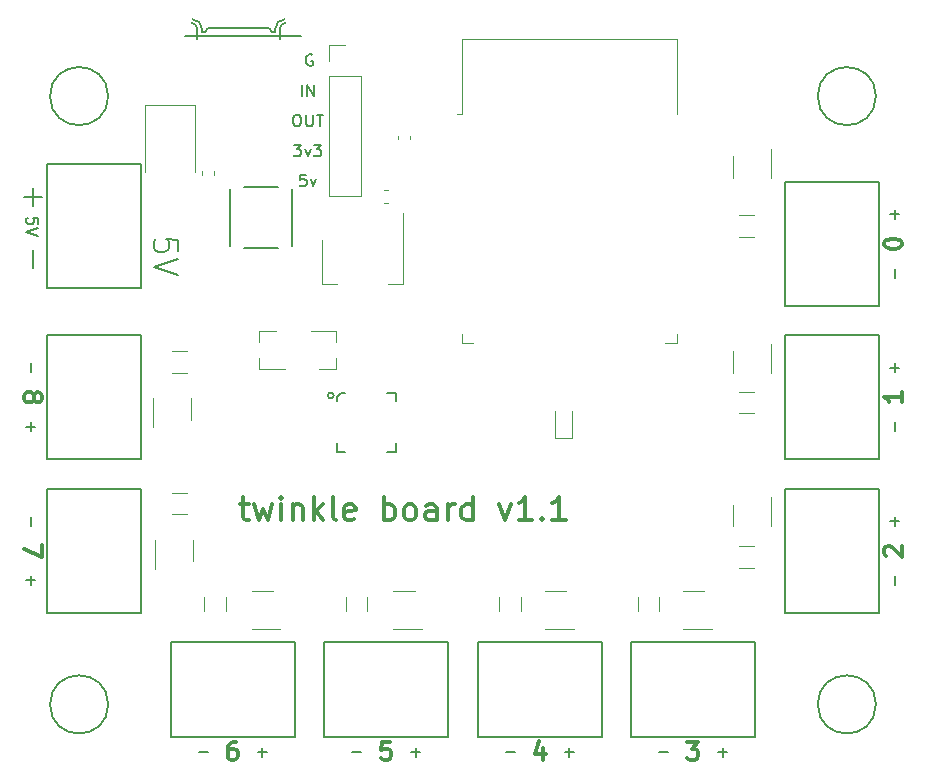
<source format=gbr>
%TF.GenerationSoftware,KiCad,Pcbnew,5.1.6-c6e7f7d~87~ubuntu18.04.1*%
%TF.CreationDate,2020-09-13T15:34:11-06:00*%
%TF.ProjectId,twinkle-led-controller,7477696e-6b6c-4652-9d6c-65642d636f6e,rev?*%
%TF.SameCoordinates,Original*%
%TF.FileFunction,Legend,Top*%
%TF.FilePolarity,Positive*%
%FSLAX46Y46*%
G04 Gerber Fmt 4.6, Leading zero omitted, Abs format (unit mm)*
G04 Created by KiCad (PCBNEW 5.1.6-c6e7f7d~87~ubuntu18.04.1) date 2020-09-13 15:34:11*
%MOMM*%
%LPD*%
G01*
G04 APERTURE LIST*
%ADD10C,0.150000*%
%ADD11C,0.200000*%
%ADD12C,0.300000*%
%ADD13C,0.127000*%
%ADD14C,0.120000*%
G04 APERTURE END LIST*
D10*
X177047619Y-67809523D02*
X177047619Y-67333333D01*
X176571428Y-67285714D01*
X176619047Y-67333333D01*
X176666666Y-67428571D01*
X176666666Y-67666666D01*
X176619047Y-67761904D01*
X176571428Y-67809523D01*
X176476190Y-67857142D01*
X176238095Y-67857142D01*
X176142857Y-67809523D01*
X176095238Y-67761904D01*
X176047619Y-67666666D01*
X176047619Y-67428571D01*
X176095238Y-67333333D01*
X176142857Y-67285714D01*
X177047619Y-68142857D02*
X176047619Y-68476190D01*
X177047619Y-68809523D01*
D11*
X188845238Y-70119047D02*
X188845238Y-69166666D01*
X187892857Y-69071428D01*
X187988095Y-69166666D01*
X188083333Y-69357142D01*
X188083333Y-69833333D01*
X187988095Y-70023809D01*
X187892857Y-70119047D01*
X187702380Y-70214285D01*
X187226190Y-70214285D01*
X187035714Y-70119047D01*
X186940476Y-70023809D01*
X186845238Y-69833333D01*
X186845238Y-69357142D01*
X186940476Y-69166666D01*
X187035714Y-69071428D01*
X188845238Y-70785714D02*
X186845238Y-71452380D01*
X188845238Y-72119047D01*
X176607142Y-69988095D02*
X176607142Y-71511904D01*
X176607142Y-64738095D02*
X176607142Y-66261904D01*
X175845238Y-65500000D02*
X177369047Y-65500000D01*
D10*
X199717142Y-63644380D02*
X199240952Y-63644380D01*
X199193333Y-64120571D01*
X199240952Y-64072952D01*
X199336190Y-64025333D01*
X199574285Y-64025333D01*
X199669523Y-64072952D01*
X199717142Y-64120571D01*
X199764761Y-64215809D01*
X199764761Y-64453904D01*
X199717142Y-64549142D01*
X199669523Y-64596761D01*
X199574285Y-64644380D01*
X199336190Y-64644380D01*
X199240952Y-64596761D01*
X199193333Y-64549142D01*
X200098095Y-63977714D02*
X200336190Y-64644380D01*
X200574285Y-63977714D01*
X198669523Y-61104380D02*
X199288571Y-61104380D01*
X198955238Y-61485333D01*
X199098095Y-61485333D01*
X199193333Y-61532952D01*
X199240952Y-61580571D01*
X199288571Y-61675809D01*
X199288571Y-61913904D01*
X199240952Y-62009142D01*
X199193333Y-62056761D01*
X199098095Y-62104380D01*
X198812380Y-62104380D01*
X198717142Y-62056761D01*
X198669523Y-62009142D01*
X199621904Y-61437714D02*
X199860000Y-62104380D01*
X200098095Y-61437714D01*
X200383809Y-61104380D02*
X201002857Y-61104380D01*
X200669523Y-61485333D01*
X200812380Y-61485333D01*
X200907619Y-61532952D01*
X200955238Y-61580571D01*
X201002857Y-61675809D01*
X201002857Y-61913904D01*
X200955238Y-62009142D01*
X200907619Y-62056761D01*
X200812380Y-62104380D01*
X200526666Y-62104380D01*
X200431428Y-62056761D01*
X200383809Y-62009142D01*
X198860000Y-58564380D02*
X199050476Y-58564380D01*
X199145714Y-58612000D01*
X199240952Y-58707238D01*
X199288571Y-58897714D01*
X199288571Y-59231047D01*
X199240952Y-59421523D01*
X199145714Y-59516761D01*
X199050476Y-59564380D01*
X198860000Y-59564380D01*
X198764761Y-59516761D01*
X198669523Y-59421523D01*
X198621904Y-59231047D01*
X198621904Y-58897714D01*
X198669523Y-58707238D01*
X198764761Y-58612000D01*
X198860000Y-58564380D01*
X199717142Y-58564380D02*
X199717142Y-59373904D01*
X199764761Y-59469142D01*
X199812380Y-59516761D01*
X199907619Y-59564380D01*
X200098095Y-59564380D01*
X200193333Y-59516761D01*
X200240952Y-59469142D01*
X200288571Y-59373904D01*
X200288571Y-58564380D01*
X200621904Y-58564380D02*
X201193333Y-58564380D01*
X200907619Y-59564380D02*
X200907619Y-58564380D01*
X199336190Y-57024380D02*
X199336190Y-56024380D01*
X199812380Y-57024380D02*
X199812380Y-56024380D01*
X200383809Y-57024380D01*
X200383809Y-56024380D01*
X200261904Y-53500000D02*
X200166666Y-53452380D01*
X200023809Y-53452380D01*
X199880952Y-53500000D01*
X199785714Y-53595238D01*
X199738095Y-53690476D01*
X199690476Y-53880952D01*
X199690476Y-54023809D01*
X199738095Y-54214285D01*
X199785714Y-54309523D01*
X199880952Y-54404761D01*
X200023809Y-54452380D01*
X200119047Y-54452380D01*
X200261904Y-54404761D01*
X200309523Y-54357142D01*
X200309523Y-54023809D01*
X200119047Y-54023809D01*
D12*
X194095238Y-91571428D02*
X194857142Y-91571428D01*
X194380952Y-90904761D02*
X194380952Y-92619047D01*
X194476190Y-92809523D01*
X194666666Y-92904761D01*
X194857142Y-92904761D01*
X195333333Y-91571428D02*
X195714285Y-92904761D01*
X196095238Y-91952380D01*
X196476190Y-92904761D01*
X196857142Y-91571428D01*
X197619047Y-92904761D02*
X197619047Y-91571428D01*
X197619047Y-90904761D02*
X197523809Y-91000000D01*
X197619047Y-91095238D01*
X197714285Y-91000000D01*
X197619047Y-90904761D01*
X197619047Y-91095238D01*
X198571428Y-91571428D02*
X198571428Y-92904761D01*
X198571428Y-91761904D02*
X198666666Y-91666666D01*
X198857142Y-91571428D01*
X199142857Y-91571428D01*
X199333333Y-91666666D01*
X199428571Y-91857142D01*
X199428571Y-92904761D01*
X200380952Y-92904761D02*
X200380952Y-90904761D01*
X200571428Y-92142857D02*
X201142857Y-92904761D01*
X201142857Y-91571428D02*
X200380952Y-92333333D01*
X202285714Y-92904761D02*
X202095238Y-92809523D01*
X202000000Y-92619047D01*
X202000000Y-90904761D01*
X203809523Y-92809523D02*
X203619047Y-92904761D01*
X203238095Y-92904761D01*
X203047619Y-92809523D01*
X202952380Y-92619047D01*
X202952380Y-91857142D01*
X203047619Y-91666666D01*
X203238095Y-91571428D01*
X203619047Y-91571428D01*
X203809523Y-91666666D01*
X203904761Y-91857142D01*
X203904761Y-92047619D01*
X202952380Y-92238095D01*
X206285714Y-92904761D02*
X206285714Y-90904761D01*
X206285714Y-91666666D02*
X206476190Y-91571428D01*
X206857142Y-91571428D01*
X207047619Y-91666666D01*
X207142857Y-91761904D01*
X207238095Y-91952380D01*
X207238095Y-92523809D01*
X207142857Y-92714285D01*
X207047619Y-92809523D01*
X206857142Y-92904761D01*
X206476190Y-92904761D01*
X206285714Y-92809523D01*
X208380952Y-92904761D02*
X208190476Y-92809523D01*
X208095238Y-92714285D01*
X208000000Y-92523809D01*
X208000000Y-91952380D01*
X208095238Y-91761904D01*
X208190476Y-91666666D01*
X208380952Y-91571428D01*
X208666666Y-91571428D01*
X208857142Y-91666666D01*
X208952380Y-91761904D01*
X209047619Y-91952380D01*
X209047619Y-92523809D01*
X208952380Y-92714285D01*
X208857142Y-92809523D01*
X208666666Y-92904761D01*
X208380952Y-92904761D01*
X210761904Y-92904761D02*
X210761904Y-91857142D01*
X210666666Y-91666666D01*
X210476190Y-91571428D01*
X210095238Y-91571428D01*
X209904761Y-91666666D01*
X210761904Y-92809523D02*
X210571428Y-92904761D01*
X210095238Y-92904761D01*
X209904761Y-92809523D01*
X209809523Y-92619047D01*
X209809523Y-92428571D01*
X209904761Y-92238095D01*
X210095238Y-92142857D01*
X210571428Y-92142857D01*
X210761904Y-92047619D01*
X211714285Y-92904761D02*
X211714285Y-91571428D01*
X211714285Y-91952380D02*
X211809523Y-91761904D01*
X211904761Y-91666666D01*
X212095238Y-91571428D01*
X212285714Y-91571428D01*
X213809523Y-92904761D02*
X213809523Y-90904761D01*
X213809523Y-92809523D02*
X213619047Y-92904761D01*
X213238095Y-92904761D01*
X213047619Y-92809523D01*
X212952380Y-92714285D01*
X212857142Y-92523809D01*
X212857142Y-91952380D01*
X212952380Y-91761904D01*
X213047619Y-91666666D01*
X213238095Y-91571428D01*
X213619047Y-91571428D01*
X213809523Y-91666666D01*
X216095238Y-91571428D02*
X216571428Y-92904761D01*
X217047619Y-91571428D01*
X218857142Y-92904761D02*
X217714285Y-92904761D01*
X218285714Y-92904761D02*
X218285714Y-90904761D01*
X218095238Y-91190476D01*
X217904761Y-91380952D01*
X217714285Y-91476190D01*
X219714285Y-92714285D02*
X219809523Y-92809523D01*
X219714285Y-92904761D01*
X219619047Y-92809523D01*
X219714285Y-92714285D01*
X219714285Y-92904761D01*
X221714285Y-92904761D02*
X220571428Y-92904761D01*
X221142857Y-92904761D02*
X221142857Y-90904761D01*
X220952380Y-91190476D01*
X220761904Y-91380952D01*
X220571428Y-91476190D01*
D10*
X176428571Y-79619047D02*
X176428571Y-80380952D01*
X176428571Y-84619047D02*
X176428571Y-85380952D01*
X176047619Y-85000000D02*
X176809523Y-85000000D01*
X176428571Y-92619047D02*
X176428571Y-93380952D01*
X176428571Y-97619047D02*
X176428571Y-98380952D01*
X176047619Y-98000000D02*
X176809523Y-98000000D01*
X195619047Y-112571428D02*
X196380952Y-112571428D01*
X196000000Y-112952380D02*
X196000000Y-112190476D01*
X190619047Y-112571428D02*
X191380952Y-112571428D01*
X203619047Y-112571428D02*
X204380952Y-112571428D01*
X208619047Y-112571428D02*
X209380952Y-112571428D01*
X209000000Y-112952380D02*
X209000000Y-112190476D01*
X221619047Y-112571428D02*
X222380952Y-112571428D01*
X222000000Y-112952380D02*
X222000000Y-112190476D01*
X216619047Y-112571428D02*
X217380952Y-112571428D01*
X234619047Y-112571428D02*
X235380952Y-112571428D01*
X235000000Y-112952380D02*
X235000000Y-112190476D01*
X229619047Y-112571428D02*
X230380952Y-112571428D01*
X249571428Y-98380952D02*
X249571428Y-97619047D01*
X249571428Y-93380952D02*
X249571428Y-92619047D01*
X249952380Y-93000000D02*
X249190476Y-93000000D01*
X249571428Y-80380952D02*
X249571428Y-79619047D01*
X249952380Y-80000000D02*
X249190476Y-80000000D01*
X249571428Y-85380952D02*
X249571428Y-84619047D01*
X249571428Y-72380952D02*
X249571428Y-71619047D01*
X249571428Y-67380952D02*
X249571428Y-66619047D01*
X249952380Y-67000000D02*
X249190476Y-67000000D01*
D12*
X248678571Y-69571428D02*
X248678571Y-69428571D01*
X248750000Y-69285714D01*
X248821428Y-69214285D01*
X248964285Y-69142857D01*
X249250000Y-69071428D01*
X249607142Y-69071428D01*
X249892857Y-69142857D01*
X250035714Y-69214285D01*
X250107142Y-69285714D01*
X250178571Y-69428571D01*
X250178571Y-69571428D01*
X250107142Y-69714285D01*
X250035714Y-69785714D01*
X249892857Y-69857142D01*
X249607142Y-69928571D01*
X249250000Y-69928571D01*
X248964285Y-69857142D01*
X248821428Y-69785714D01*
X248750000Y-69714285D01*
X248678571Y-69571428D01*
X250178571Y-82071428D02*
X250178571Y-82928571D01*
X250178571Y-82500000D02*
X248678571Y-82500000D01*
X248892857Y-82642857D01*
X249035714Y-82785714D01*
X249107142Y-82928571D01*
X248821428Y-95928571D02*
X248750000Y-95857142D01*
X248678571Y-95714285D01*
X248678571Y-95357142D01*
X248750000Y-95214285D01*
X248821428Y-95142857D01*
X248964285Y-95071428D01*
X249107142Y-95071428D01*
X249321428Y-95142857D01*
X250178571Y-96000000D01*
X250178571Y-95071428D01*
X232000000Y-111678571D02*
X232928571Y-111678571D01*
X232428571Y-112250000D01*
X232642857Y-112250000D01*
X232785714Y-112321428D01*
X232857142Y-112392857D01*
X232928571Y-112535714D01*
X232928571Y-112892857D01*
X232857142Y-113035714D01*
X232785714Y-113107142D01*
X232642857Y-113178571D01*
X232214285Y-113178571D01*
X232071428Y-113107142D01*
X232000000Y-113035714D01*
X219785714Y-112178571D02*
X219785714Y-113178571D01*
X219428571Y-111607142D02*
X219071428Y-112678571D01*
X220000000Y-112678571D01*
X206857142Y-111678571D02*
X206142857Y-111678571D01*
X206071428Y-112392857D01*
X206142857Y-112321428D01*
X206285714Y-112250000D01*
X206642857Y-112250000D01*
X206785714Y-112321428D01*
X206857142Y-112392857D01*
X206928571Y-112535714D01*
X206928571Y-112892857D01*
X206857142Y-113035714D01*
X206785714Y-113107142D01*
X206642857Y-113178571D01*
X206285714Y-113178571D01*
X206142857Y-113107142D01*
X206071428Y-113035714D01*
X193785714Y-111678571D02*
X193500000Y-111678571D01*
X193357142Y-111750000D01*
X193285714Y-111821428D01*
X193142857Y-112035714D01*
X193071428Y-112321428D01*
X193071428Y-112892857D01*
X193142857Y-113035714D01*
X193214285Y-113107142D01*
X193357142Y-113178571D01*
X193642857Y-113178571D01*
X193785714Y-113107142D01*
X193857142Y-113035714D01*
X193928571Y-112892857D01*
X193928571Y-112535714D01*
X193857142Y-112392857D01*
X193785714Y-112321428D01*
X193642857Y-112250000D01*
X193357142Y-112250000D01*
X193214285Y-112321428D01*
X193142857Y-112392857D01*
X193071428Y-112535714D01*
X177321428Y-95000000D02*
X177321428Y-96000000D01*
X175821428Y-95357142D01*
X176678571Y-82357142D02*
X176750000Y-82214285D01*
X176821428Y-82142857D01*
X176964285Y-82071428D01*
X177035714Y-82071428D01*
X177178571Y-82142857D01*
X177250000Y-82214285D01*
X177321428Y-82357142D01*
X177321428Y-82642857D01*
X177250000Y-82785714D01*
X177178571Y-82857142D01*
X177035714Y-82928571D01*
X176964285Y-82928571D01*
X176821428Y-82857142D01*
X176750000Y-82785714D01*
X176678571Y-82642857D01*
X176678571Y-82357142D01*
X176607142Y-82214285D01*
X176535714Y-82142857D01*
X176392857Y-82071428D01*
X176107142Y-82071428D01*
X175964285Y-82142857D01*
X175892857Y-82214285D01*
X175821428Y-82357142D01*
X175821428Y-82642857D01*
X175892857Y-82785714D01*
X175964285Y-82857142D01*
X176107142Y-82928571D01*
X176392857Y-82928571D01*
X176535714Y-82857142D01*
X176607142Y-82785714D01*
X176678571Y-82642857D01*
D10*
%TO.C,J12*%
X182000000Y-62750000D02*
X177750000Y-62750000D01*
X177750000Y-62750000D02*
X177750000Y-73250000D01*
X177750000Y-73250000D02*
X185750000Y-73250000D01*
X185750000Y-73250000D02*
X185750000Y-62750000D01*
X185750000Y-62750000D02*
X182000000Y-62750000D01*
%TO.C,J11*%
X182000000Y-77250000D02*
X177750000Y-77250000D01*
X177750000Y-77250000D02*
X177750000Y-87750000D01*
X177750000Y-87750000D02*
X185750000Y-87750000D01*
X185750000Y-87750000D02*
X185750000Y-77250000D01*
X185750000Y-77250000D02*
X182000000Y-77250000D01*
%TO.C,J10*%
X182000000Y-90250000D02*
X177750000Y-90250000D01*
X177750000Y-90250000D02*
X177750000Y-100750000D01*
X177750000Y-100750000D02*
X185750000Y-100750000D01*
X185750000Y-100750000D02*
X185750000Y-90250000D01*
X185750000Y-90250000D02*
X182000000Y-90250000D01*
%TO.C,J9*%
X188250000Y-107000000D02*
X188250000Y-111250000D01*
X188250000Y-111250000D02*
X198750000Y-111250000D01*
X198750000Y-111250000D02*
X198750000Y-103250000D01*
X198750000Y-103250000D02*
X188250000Y-103250000D01*
X188250000Y-103250000D02*
X188250000Y-107000000D01*
%TO.C,J8*%
X201250000Y-107000000D02*
X201250000Y-111250000D01*
X201250000Y-111250000D02*
X211750000Y-111250000D01*
X211750000Y-111250000D02*
X211750000Y-103250000D01*
X211750000Y-103250000D02*
X201250000Y-103250000D01*
X201250000Y-103250000D02*
X201250000Y-107000000D01*
%TO.C,J7*%
X214250000Y-107000000D02*
X214250000Y-111250000D01*
X214250000Y-111250000D02*
X224750000Y-111250000D01*
X224750000Y-111250000D02*
X224750000Y-103250000D01*
X224750000Y-103250000D02*
X214250000Y-103250000D01*
X214250000Y-103250000D02*
X214250000Y-107000000D01*
%TO.C,J6*%
X227250000Y-107000000D02*
X227250000Y-111250000D01*
X227250000Y-111250000D02*
X237750000Y-111250000D01*
X237750000Y-111250000D02*
X237750000Y-103250000D01*
X237750000Y-103250000D02*
X227250000Y-103250000D01*
X227250000Y-103250000D02*
X227250000Y-107000000D01*
%TO.C,J5*%
X244000000Y-100750000D02*
X248250000Y-100750000D01*
X248250000Y-100750000D02*
X248250000Y-90250000D01*
X248250000Y-90250000D02*
X240250000Y-90250000D01*
X240250000Y-90250000D02*
X240250000Y-100750000D01*
X240250000Y-100750000D02*
X244000000Y-100750000D01*
%TO.C,J4*%
X244000000Y-87750000D02*
X248250000Y-87750000D01*
X248250000Y-87750000D02*
X248250000Y-77250000D01*
X248250000Y-77250000D02*
X240250000Y-77250000D01*
X240250000Y-77250000D02*
X240250000Y-87750000D01*
X240250000Y-87750000D02*
X244000000Y-87750000D01*
%TO.C,J3*%
X244000000Y-74750000D02*
X248250000Y-74750000D01*
X248250000Y-74750000D02*
X248250000Y-64250000D01*
X248250000Y-64250000D02*
X240250000Y-64250000D01*
X240250000Y-64250000D02*
X240250000Y-74750000D01*
X240250000Y-74750000D02*
X244000000Y-74750000D01*
D13*
%TO.C,U2*%
X203050000Y-82100000D02*
X202653550Y-82100000D01*
X202653550Y-82100000D02*
X202300000Y-82453550D01*
X202300000Y-82453550D02*
X202300000Y-82850000D01*
X206550000Y-82100000D02*
X207300000Y-82100000D01*
X207300000Y-82100000D02*
X207300000Y-82850000D01*
X202300000Y-86350000D02*
X202300000Y-87100000D01*
X202300000Y-87100000D02*
X203050000Y-87100000D01*
X206550000Y-87100000D02*
X207300000Y-87100000D01*
X207300000Y-87100000D02*
X207300000Y-86350000D01*
X202050000Y-82350000D02*
G75*
G03*
X202050000Y-82350000I-250000J0D01*
G01*
D14*
%TO.C,D1*%
X190350000Y-57750000D02*
X186050000Y-57750000D01*
X186050000Y-57750000D02*
X186050000Y-63450000D01*
X190350000Y-57750000D02*
X190350000Y-63450000D01*
%TO.C,U12*%
X190010000Y-84400000D02*
X190010000Y-82600000D01*
X186790000Y-82600000D02*
X186790000Y-85050000D01*
%TO.C,U11*%
X190110000Y-96400000D02*
X190110000Y-94600000D01*
X186890000Y-94600000D02*
X186890000Y-97050000D01*
%TO.C,U10*%
X196900000Y-98890000D02*
X195100000Y-98890000D01*
X195100000Y-102110000D02*
X197550000Y-102110000D01*
%TO.C,U9*%
X208900000Y-98890000D02*
X207100000Y-98890000D01*
X207100000Y-102110000D02*
X209550000Y-102110000D01*
%TO.C,U8*%
X221760000Y-98890000D02*
X219960000Y-98890000D01*
X219960000Y-102110000D02*
X222410000Y-102110000D01*
%TO.C,U7*%
X233400000Y-98890000D02*
X231600000Y-98890000D01*
X231600000Y-102110000D02*
X234050000Y-102110000D01*
%TO.C,U6*%
X235890000Y-91600000D02*
X235890000Y-93400000D01*
X239110000Y-93400000D02*
X239110000Y-90950000D01*
%TO.C,U5*%
X235890000Y-78600000D02*
X235890000Y-80400000D01*
X239110000Y-80400000D02*
X239110000Y-77950000D01*
%TO.C,U4*%
X235890000Y-62100000D02*
X235890000Y-63900000D01*
X239110000Y-63900000D02*
X239110000Y-61450000D01*
%TO.C,U3*%
X212880000Y-77100000D02*
X212880000Y-77880000D01*
X212880000Y-77880000D02*
X213880000Y-77880000D01*
X231120000Y-77100000D02*
X231120000Y-77880000D01*
X231120000Y-77880000D02*
X230120000Y-77880000D01*
X212880000Y-52135000D02*
X231120000Y-52135000D01*
X231120000Y-52135000D02*
X231120000Y-58555000D01*
X212880000Y-52135000D02*
X212880000Y-58555000D01*
X212880000Y-58555000D02*
X212500000Y-58555000D01*
%TO.C,U1*%
X201090000Y-72910000D02*
X202350000Y-72910000D01*
X207910000Y-72910000D02*
X206650000Y-72910000D01*
X201090000Y-69150000D02*
X201090000Y-72910000D01*
X207910000Y-66900000D02*
X207910000Y-72910000D01*
D10*
%TO.C,SW1*%
X194500000Y-64700000D02*
X197300000Y-64700000D01*
X193300000Y-69700000D02*
X193300000Y-64900000D01*
X197300000Y-69900000D02*
X194500000Y-69900000D01*
X198500000Y-64900000D02*
X198500000Y-69700000D01*
D14*
%TO.C,R12*%
X188397936Y-78590000D02*
X189602064Y-78590000D01*
X188397936Y-80410000D02*
X189602064Y-80410000D01*
%TO.C,R11*%
X188397936Y-90590000D02*
X189602064Y-90590000D01*
X188397936Y-92410000D02*
X189602064Y-92410000D01*
%TO.C,R10*%
X191090000Y-100602064D02*
X191090000Y-99397936D01*
X192910000Y-100602064D02*
X192910000Y-99397936D01*
%TO.C,R9*%
X203090000Y-100602064D02*
X203090000Y-99397936D01*
X204910000Y-100602064D02*
X204910000Y-99397936D01*
%TO.C,R8*%
X216090000Y-100602064D02*
X216090000Y-99397936D01*
X217910000Y-100602064D02*
X217910000Y-99397936D01*
%TO.C,R7*%
X227790000Y-100602064D02*
X227790000Y-99397936D01*
X229610000Y-100602064D02*
X229610000Y-99397936D01*
%TO.C,R6*%
X237602064Y-96910000D02*
X236397936Y-96910000D01*
X237602064Y-95090000D02*
X236397936Y-95090000D01*
%TO.C,R5*%
X237602064Y-83870000D02*
X236397936Y-83870000D01*
X237602064Y-82050000D02*
X236397936Y-82050000D01*
%TO.C,R4*%
X237602064Y-68910000D02*
X236397936Y-68910000D01*
X237602064Y-67090000D02*
X236397936Y-67090000D01*
%TO.C,Q2*%
X195740000Y-76920000D02*
X195740000Y-77850000D01*
X195740000Y-80080000D02*
X195740000Y-79150000D01*
X195740000Y-80080000D02*
X197900000Y-80080000D01*
X195740000Y-76920000D02*
X197200000Y-76920000D01*
%TO.C,Q1*%
X202260000Y-80080000D02*
X202260000Y-79150000D01*
X202260000Y-76920000D02*
X202260000Y-77850000D01*
X202260000Y-76920000D02*
X200100000Y-76920000D01*
X202260000Y-80080000D02*
X200800000Y-80080000D01*
%TO.C,J2*%
X201670000Y-65490000D02*
X204330000Y-65490000D01*
X201670000Y-55270000D02*
X201670000Y-65490000D01*
X204330000Y-55270000D02*
X204330000Y-65490000D01*
X201670000Y-55270000D02*
X204330000Y-55270000D01*
X201670000Y-54000000D02*
X201670000Y-52670000D01*
X201670000Y-52670000D02*
X203000000Y-52670000D01*
D13*
%TO.C,J1*%
X196400000Y-51200000D02*
X191700000Y-51200000D01*
X190900000Y-51600000D02*
X191200000Y-51600000D01*
X190900000Y-51300000D02*
X190900000Y-51600000D01*
X190500000Y-51300000D02*
X190500000Y-51250000D01*
X190500000Y-52150000D02*
X190500000Y-51300000D01*
X197100000Y-51600000D02*
X196800000Y-51600000D01*
X197100000Y-51300000D02*
X197100000Y-51600000D01*
X199250000Y-51950000D02*
X189500000Y-51950000D01*
X190500000Y-52150000D02*
X190500000Y-51250000D01*
X197500000Y-51300000D02*
X197500000Y-51250000D01*
X197500000Y-52150000D02*
X197500000Y-51300000D01*
X191200000Y-51600000D02*
G75*
G02*
X191600000Y-51200000I400000J0D01*
G01*
X190100000Y-50500000D02*
G75*
G02*
X190900000Y-51300000I0J-800000D01*
G01*
X190500000Y-51300000D02*
G75*
G03*
X190000000Y-50800000I-500000J0D01*
G01*
X196800000Y-51600000D02*
G75*
G03*
X196400000Y-51200000I-400000J0D01*
G01*
X197900000Y-50500000D02*
G75*
G03*
X197100000Y-51300000I0J-800000D01*
G01*
X197500000Y-51300000D02*
G75*
G02*
X198000000Y-50800000I500000J0D01*
G01*
D11*
%TO.C,H4*%
X247962214Y-108500000D02*
G75*
G03*
X247962214Y-108500000I-2462214J0D01*
G01*
%TO.C,H3*%
X247962214Y-57000000D02*
G75*
G03*
X247962214Y-57000000I-2462214J0D01*
G01*
%TO.C,H2*%
X182962214Y-108500000D02*
G75*
G03*
X182962214Y-108500000I-2462214J0D01*
G01*
%TO.C,H1*%
X182962214Y-57000000D02*
G75*
G03*
X182962214Y-57000000I-2462214J0D01*
G01*
D14*
%TO.C,D2*%
X220765000Y-83700000D02*
X220765000Y-85985000D01*
X220765000Y-85985000D02*
X222235000Y-85985000D01*
X222235000Y-85985000D02*
X222235000Y-83700000D01*
%TO.C,C6*%
X207490000Y-60662779D02*
X207490000Y-60337221D01*
X208510000Y-60662779D02*
X208510000Y-60337221D01*
%TO.C,C5*%
X190890000Y-63662779D02*
X190890000Y-63337221D01*
X191910000Y-63662779D02*
X191910000Y-63337221D01*
%TO.C,C4*%
X206337221Y-64990000D02*
X206662779Y-64990000D01*
X206337221Y-66010000D02*
X206662779Y-66010000D01*
%TD*%
M02*

</source>
